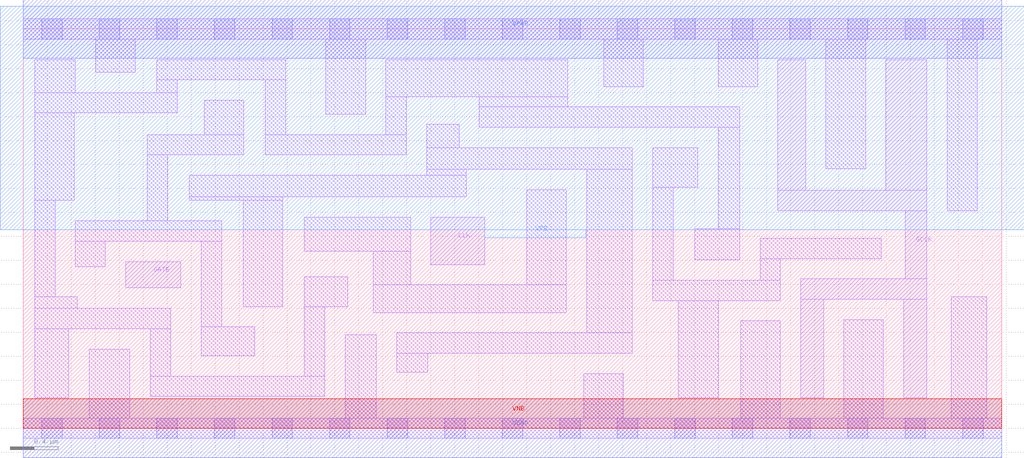
<source format=lef>
# Copyright 2020 The SkyWater PDK Authors
#
# Licensed under the Apache License, Version 2.0 (the "License");
# you may not use this file except in compliance with the License.
# You may obtain a copy of the License at
#
#     https://www.apache.org/licenses/LICENSE-2.0
#
# Unless required by applicable law or agreed to in writing, software
# distributed under the License is distributed on an "AS IS" BASIS,
# WITHOUT WARRANTIES OR CONDITIONS OF ANY KIND, either express or implied.
# See the License for the specific language governing permissions and
# limitations under the License.
#
# SPDX-License-Identifier: Apache-2.0

VERSION 5.7 ;
  NOWIREEXTENSIONATPIN ON ;
  DIVIDERCHAR "/" ;
  BUSBITCHARS "[]" ;
MACRO sky130_fd_sc_lp__dlclkp_4
  CLASS CORE ;
  FOREIGN sky130_fd_sc_lp__dlclkp_4 ;
  ORIGIN  0.000000  0.000000 ;
  SIZE  8.160000 BY  3.330000 ;
  SYMMETRY X Y R90 ;
  SITE unit ;
  PIN GATE
    ANTENNAGATEAREA  0.159000 ;
    DIRECTION INPUT ;
    USE SIGNAL ;
    PORT
      LAYER li1 ;
        RECT 0.855000 1.170000 1.315000 1.390000 ;
    END
  END GATE
  PIN GCLK
    ANTENNADIFFAREA  1.176000 ;
    DIRECTION OUTPUT ;
    USE SIGNAL ;
    PORT
      LAYER li1 ;
        RECT 6.295000 1.815000 7.535000 1.985000 ;
        RECT 6.295000 1.985000 6.525000 3.075000 ;
        RECT 6.485000 0.255000 6.675000 1.075000 ;
        RECT 6.485000 1.075000 7.535000 1.245000 ;
        RECT 7.195000 1.985000 7.535000 3.075000 ;
        RECT 7.345000 0.255000 7.535000 1.075000 ;
        RECT 7.355000 1.245000 7.535000 1.815000 ;
    END
  END GCLK
  PIN CLK
    ANTENNAGATEAREA  0.474000 ;
    DIRECTION INPUT ;
    USE CLOCK ;
    PORT
      LAYER li1 ;
        RECT 3.400000 1.365000 3.850000 1.760000 ;
    END
  END CLK
  PIN VGND
    DIRECTION INOUT ;
    USE GROUND ;
    PORT
      LAYER met1 ;
        RECT 0.000000 -0.245000 8.160000 0.245000 ;
    END
  END VGND
  PIN VNB
    DIRECTION INOUT ;
    USE GROUND ;
    PORT
      LAYER pwell ;
        RECT 0.000000 0.000000 8.160000 0.245000 ;
    END
  END VNB
  PIN VPB
    DIRECTION INOUT ;
    USE POWER ;
    PORT
      LAYER nwell ;
        RECT -0.190000 1.655000 8.350000 3.520000 ;
        RECT  3.850000 1.590000 4.690000 1.655000 ;
    END
  END VPB
  PIN VPWR
    DIRECTION INOUT ;
    USE POWER ;
    PORT
      LAYER met1 ;
        RECT 0.000000 3.085000 8.160000 3.575000 ;
    END
  END VPWR
  OBS
    LAYER li1 ;
      RECT 0.000000 -0.085000 8.160000 0.085000 ;
      RECT 0.000000  3.245000 8.160000 3.415000 ;
      RECT 0.095000  0.255000 0.380000 0.830000 ;
      RECT 0.095000  0.830000 1.230000 1.000000 ;
      RECT 0.095000  1.000000 0.450000 1.095000 ;
      RECT 0.095000  1.095000 0.265000 1.900000 ;
      RECT 0.095000  1.900000 0.425000 2.630000 ;
      RECT 0.095000  2.630000 1.285000 2.800000 ;
      RECT 0.095000  2.800000 0.435000 3.075000 ;
      RECT 0.435000  1.345000 0.685000 1.560000 ;
      RECT 0.435000  1.560000 1.655000 1.730000 ;
      RECT 0.550000  0.085000 0.890000 0.660000 ;
      RECT 0.605000  2.970000 0.935000 3.245000 ;
      RECT 1.035000  1.730000 1.205000 2.280000 ;
      RECT 1.035000  2.280000 1.840000 2.450000 ;
      RECT 1.060000  0.265000 2.515000 0.435000 ;
      RECT 1.060000  0.435000 1.230000 0.830000 ;
      RECT 1.115000  2.800000 1.285000 2.905000 ;
      RECT 1.115000  2.905000 2.190000 3.075000 ;
      RECT 1.385000  1.900000 2.165000 1.930000 ;
      RECT 1.385000  1.930000 3.695000 2.110000 ;
      RECT 1.485000  0.605000 1.930000 0.845000 ;
      RECT 1.485000  0.845000 1.655000 1.560000 ;
      RECT 1.510000  2.450000 1.840000 2.735000 ;
      RECT 1.835000  1.015000 2.165000 1.900000 ;
      RECT 2.020000  2.280000 3.195000 2.450000 ;
      RECT 2.020000  2.450000 2.190000 2.905000 ;
      RECT 2.345000  0.435000 2.515000 1.015000 ;
      RECT 2.345000  1.015000 2.705000 1.265000 ;
      RECT 2.345000  1.475000 3.230000 1.760000 ;
      RECT 2.525000  2.620000 2.855000 3.245000 ;
      RECT 2.685000  0.085000 2.945000 0.780000 ;
      RECT 2.920000  0.965000 4.530000 1.195000 ;
      RECT 2.920000  1.195000 3.230000 1.475000 ;
      RECT 3.025000  2.450000 3.195000 2.765000 ;
      RECT 3.025000  2.765000 4.540000 3.075000 ;
      RECT 3.115000  0.465000 3.375000 0.625000 ;
      RECT 3.115000  0.625000 5.080000 0.795000 ;
      RECT 3.365000  2.110000 3.695000 2.160000 ;
      RECT 3.365000  2.160000 5.080000 2.340000 ;
      RECT 3.365000  2.340000 3.635000 2.535000 ;
      RECT 3.805000  2.510000 5.975000 2.680000 ;
      RECT 3.805000  2.680000 4.540000 2.765000 ;
      RECT 4.200000  1.195000 4.530000 1.990000 ;
      RECT 4.675000  0.085000 5.005000 0.455000 ;
      RECT 4.700000  0.795000 5.080000 2.160000 ;
      RECT 4.840000  2.850000 5.170000 3.245000 ;
      RECT 5.250000  1.065000 6.315000 1.235000 ;
      RECT 5.250000  1.235000 5.420000 2.010000 ;
      RECT 5.250000  2.010000 5.625000 2.340000 ;
      RECT 5.465000  0.255000 5.795000 1.065000 ;
      RECT 5.600000  1.405000 5.975000 1.665000 ;
      RECT 5.795000  1.665000 5.975000 2.510000 ;
      RECT 5.795000  2.850000 6.125000 3.245000 ;
      RECT 5.985000  0.085000 6.315000 0.895000 ;
      RECT 6.145000  1.235000 6.315000 1.415000 ;
      RECT 6.145000  1.415000 7.155000 1.585000 ;
      RECT 6.695000  2.165000 7.025000 3.245000 ;
      RECT 6.845000  0.085000 7.175000 0.905000 ;
      RECT 7.705000  1.815000 7.955000 3.245000 ;
      RECT 7.740000  0.085000 8.035000 1.095000 ;
    LAYER mcon ;
      RECT 0.155000 -0.085000 0.325000 0.085000 ;
      RECT 0.155000  3.245000 0.325000 3.415000 ;
      RECT 0.635000 -0.085000 0.805000 0.085000 ;
      RECT 0.635000  3.245000 0.805000 3.415000 ;
      RECT 1.115000 -0.085000 1.285000 0.085000 ;
      RECT 1.115000  3.245000 1.285000 3.415000 ;
      RECT 1.595000 -0.085000 1.765000 0.085000 ;
      RECT 1.595000  3.245000 1.765000 3.415000 ;
      RECT 2.075000 -0.085000 2.245000 0.085000 ;
      RECT 2.075000  3.245000 2.245000 3.415000 ;
      RECT 2.555000 -0.085000 2.725000 0.085000 ;
      RECT 2.555000  3.245000 2.725000 3.415000 ;
      RECT 3.035000 -0.085000 3.205000 0.085000 ;
      RECT 3.035000  3.245000 3.205000 3.415000 ;
      RECT 3.515000 -0.085000 3.685000 0.085000 ;
      RECT 3.515000  3.245000 3.685000 3.415000 ;
      RECT 3.995000 -0.085000 4.165000 0.085000 ;
      RECT 3.995000  3.245000 4.165000 3.415000 ;
      RECT 4.475000 -0.085000 4.645000 0.085000 ;
      RECT 4.475000  3.245000 4.645000 3.415000 ;
      RECT 4.955000 -0.085000 5.125000 0.085000 ;
      RECT 4.955000  3.245000 5.125000 3.415000 ;
      RECT 5.435000 -0.085000 5.605000 0.085000 ;
      RECT 5.435000  3.245000 5.605000 3.415000 ;
      RECT 5.915000 -0.085000 6.085000 0.085000 ;
      RECT 5.915000  3.245000 6.085000 3.415000 ;
      RECT 6.395000 -0.085000 6.565000 0.085000 ;
      RECT 6.395000  3.245000 6.565000 3.415000 ;
      RECT 6.875000 -0.085000 7.045000 0.085000 ;
      RECT 6.875000  3.245000 7.045000 3.415000 ;
      RECT 7.355000 -0.085000 7.525000 0.085000 ;
      RECT 7.355000  3.245000 7.525000 3.415000 ;
      RECT 7.835000 -0.085000 8.005000 0.085000 ;
      RECT 7.835000  3.245000 8.005000 3.415000 ;
  END
END sky130_fd_sc_lp__dlclkp_4
END LIBRARY

</source>
